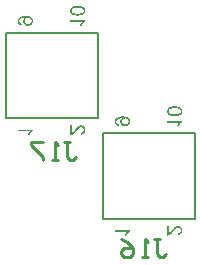
<source format=gbo>
G04*
G04 #@! TF.GenerationSoftware,Altium Limited,Altium Designer,18.1.11 (251)*
G04*
G04 Layer_Color=32896*
%FSLAX25Y25*%
%MOIN*%
G70*
G01*
G75*
%ADD10C,0.01000*%
%ADD25C,0.00787*%
G36*
X-22230Y-1967D02*
X-22352Y-2039D01*
X-22466Y-2118D01*
X-22581Y-2211D01*
X-22681Y-2297D01*
X-22767Y-2383D01*
X-22839Y-2448D01*
X-22861Y-2477D01*
X-22882Y-2498D01*
X-22889Y-2505D01*
X-22896Y-2512D01*
X-23018Y-2663D01*
X-23133Y-2814D01*
X-23234Y-2957D01*
X-23312Y-3100D01*
X-23384Y-3222D01*
X-23413Y-3272D01*
X-23434Y-3315D01*
X-23456Y-3351D01*
X-23463Y-3380D01*
X-23477Y-3394D01*
Y-3401D01*
X-24065D01*
X-24022Y-3294D01*
X-23972Y-3186D01*
X-23922Y-3079D01*
X-23872Y-2978D01*
X-23829Y-2892D01*
X-23793Y-2821D01*
X-23764Y-2778D01*
X-23757Y-2771D01*
Y-2763D01*
X-23678Y-2634D01*
X-23599Y-2520D01*
X-23527Y-2419D01*
X-23463Y-2340D01*
X-23413Y-2269D01*
X-23370Y-2226D01*
X-23341Y-2190D01*
X-23334Y-2183D01*
X-27213D01*
Y-1573D01*
X-22230D01*
Y-1967D01*
D02*
G37*
G36*
X-9223Y-2548D02*
X-9101Y-2462D01*
X-9051Y-2419D01*
X-9001Y-2383D01*
X-8958Y-2348D01*
X-8929Y-2319D01*
X-8907Y-2297D01*
X-8900Y-2290D01*
X-8864Y-2254D01*
X-8828Y-2211D01*
X-8735Y-2111D01*
X-8628Y-1996D01*
X-8520Y-1874D01*
X-8427Y-1760D01*
X-8384Y-1709D01*
X-8341Y-1666D01*
X-8312Y-1630D01*
X-8291Y-1602D01*
X-8276Y-1588D01*
X-8269Y-1580D01*
X-8169Y-1466D01*
X-8076Y-1351D01*
X-7982Y-1251D01*
X-7904Y-1157D01*
X-7825Y-1071D01*
X-7753Y-1000D01*
X-7688Y-928D01*
X-7631Y-871D01*
X-7574Y-813D01*
X-7531Y-770D01*
X-7495Y-734D01*
X-7459Y-698D01*
X-7416Y-662D01*
X-7402Y-648D01*
X-7280Y-548D01*
X-7172Y-462D01*
X-7065Y-390D01*
X-6979Y-333D01*
X-6900Y-290D01*
X-6842Y-261D01*
X-6807Y-247D01*
X-6792Y-240D01*
X-6685Y-197D01*
X-6577Y-168D01*
X-6477Y-139D01*
X-6391Y-125D01*
X-6312Y-118D01*
X-6255Y-111D01*
X-6219D01*
X-6204D01*
X-6097Y-118D01*
X-5996Y-132D01*
X-5896Y-146D01*
X-5810Y-175D01*
X-5638Y-247D01*
X-5502Y-318D01*
X-5437Y-361D01*
X-5387Y-397D01*
X-5337Y-433D01*
X-5301Y-469D01*
X-5272Y-498D01*
X-5243Y-512D01*
X-5236Y-526D01*
X-5229Y-533D01*
X-5158Y-612D01*
X-5093Y-698D01*
X-5043Y-792D01*
X-5000Y-885D01*
X-4928Y-1071D01*
X-4878Y-1258D01*
X-4863Y-1336D01*
X-4849Y-1415D01*
X-4842Y-1487D01*
X-4835Y-1544D01*
X-4828Y-1595D01*
Y-1666D01*
X-4835Y-1795D01*
X-4842Y-1917D01*
X-4863Y-2032D01*
X-4885Y-2140D01*
X-4914Y-2240D01*
X-4942Y-2333D01*
X-4978Y-2419D01*
X-5014Y-2498D01*
X-5050Y-2570D01*
X-5086Y-2627D01*
X-5114Y-2677D01*
X-5143Y-2720D01*
X-5165Y-2756D01*
X-5186Y-2778D01*
X-5193Y-2792D01*
X-5201Y-2799D01*
X-5272Y-2871D01*
X-5351Y-2935D01*
X-5437Y-3000D01*
X-5523Y-3050D01*
X-5695Y-3136D01*
X-5867Y-3194D01*
X-5946Y-3215D01*
X-6025Y-3237D01*
X-6090Y-3251D01*
X-6147Y-3265D01*
X-6197Y-3272D01*
X-6233D01*
X-6255Y-3280D01*
X-6262D01*
X-6326Y-2656D01*
X-6161Y-2641D01*
X-6018Y-2613D01*
X-5889Y-2570D01*
X-5788Y-2520D01*
X-5702Y-2477D01*
X-5645Y-2434D01*
X-5609Y-2405D01*
X-5595Y-2390D01*
X-5509Y-2283D01*
X-5444Y-2168D01*
X-5394Y-2046D01*
X-5365Y-1939D01*
X-5344Y-1838D01*
X-5337Y-1752D01*
X-5330Y-1724D01*
Y-1681D01*
X-5337Y-1530D01*
X-5365Y-1394D01*
X-5408Y-1279D01*
X-5451Y-1179D01*
X-5502Y-1100D01*
X-5537Y-1050D01*
X-5566Y-1014D01*
X-5581Y-1000D01*
X-5681Y-914D01*
X-5781Y-849D01*
X-5882Y-799D01*
X-5982Y-770D01*
X-6061Y-749D01*
X-6133Y-741D01*
X-6176Y-734D01*
X-6183D01*
X-6190D01*
X-6319Y-749D01*
X-6455Y-777D01*
X-6577Y-828D01*
X-6692Y-878D01*
X-6785Y-935D01*
X-6864Y-985D01*
X-6893Y-1000D01*
X-6914Y-1014D01*
X-6921Y-1028D01*
X-6928D01*
X-7007Y-1086D01*
X-7086Y-1157D01*
X-7172Y-1236D01*
X-7258Y-1322D01*
X-7430Y-1501D01*
X-7603Y-1681D01*
X-7681Y-1774D01*
X-7753Y-1853D01*
X-7818Y-1932D01*
X-7875Y-1996D01*
X-7918Y-2046D01*
X-7954Y-2089D01*
X-7975Y-2118D01*
X-7982Y-2125D01*
X-8133Y-2304D01*
X-8276Y-2469D01*
X-8405Y-2606D01*
X-8513Y-2713D01*
X-8606Y-2806D01*
X-8671Y-2871D01*
X-8714Y-2907D01*
X-8721Y-2921D01*
X-8728D01*
X-8850Y-3022D01*
X-8965Y-3100D01*
X-9080Y-3172D01*
X-9180Y-3229D01*
X-9266Y-3272D01*
X-9330Y-3301D01*
X-9373Y-3315D01*
X-9381Y-3323D01*
X-9388D01*
X-9467Y-3351D01*
X-9538Y-3366D01*
X-9610Y-3380D01*
X-9675Y-3387D01*
X-9732Y-3394D01*
X-9775D01*
X-9804D01*
X-9811D01*
Y-103D01*
X-9223D01*
Y-2548D01*
D02*
G37*
G36*
X-24309Y36319D02*
X-24166Y36304D01*
X-24029Y36290D01*
X-23907Y36276D01*
X-23793Y36261D01*
X-23685Y36240D01*
X-23592Y36218D01*
X-23513Y36197D01*
X-23441Y36182D01*
X-23377Y36161D01*
X-23327Y36147D01*
X-23291Y36132D01*
X-23262Y36118D01*
X-23248Y36111D01*
X-23241D01*
X-23068Y36025D01*
X-22918Y35932D01*
X-22789Y35824D01*
X-22681Y35731D01*
X-22603Y35638D01*
X-22545Y35566D01*
X-22524Y35537D01*
X-22509Y35516D01*
X-22495Y35508D01*
Y35501D01*
X-22409Y35351D01*
X-22344Y35200D01*
X-22294Y35050D01*
X-22265Y34913D01*
X-22244Y34791D01*
X-22237Y34741D01*
Y34705D01*
X-22230Y34670D01*
Y34619D01*
X-22237Y34497D01*
X-22251Y34383D01*
X-22273Y34268D01*
X-22301Y34168D01*
X-22380Y33974D01*
X-22416Y33888D01*
X-22459Y33816D01*
X-22509Y33745D01*
X-22545Y33687D01*
X-22588Y33630D01*
X-22624Y33587D01*
X-22653Y33551D01*
X-22674Y33530D01*
X-22689Y33515D01*
X-22696Y33508D01*
X-22782Y33429D01*
X-22882Y33365D01*
X-22975Y33300D01*
X-23076Y33250D01*
X-23183Y33207D01*
X-23284Y33171D01*
X-23470Y33121D01*
X-23563Y33099D01*
X-23642Y33085D01*
X-23721Y33078D01*
X-23786Y33071D01*
X-23836Y33064D01*
X-23872D01*
X-23900D01*
X-23907D01*
X-24044Y33071D01*
X-24166Y33085D01*
X-24287Y33099D01*
X-24402Y33128D01*
X-24502Y33164D01*
X-24603Y33200D01*
X-24689Y33236D01*
X-24768Y33279D01*
X-24839Y33314D01*
X-24904Y33350D01*
X-24954Y33386D01*
X-25004Y33422D01*
X-25040Y33451D01*
X-25062Y33465D01*
X-25076Y33479D01*
X-25083Y33487D01*
X-25162Y33565D01*
X-25227Y33651D01*
X-25291Y33737D01*
X-25341Y33831D01*
X-25385Y33917D01*
X-25420Y34003D01*
X-25471Y34168D01*
X-25492Y34239D01*
X-25506Y34311D01*
X-25513Y34369D01*
X-25521Y34426D01*
X-25528Y34469D01*
Y34526D01*
X-25521Y34662D01*
X-25499Y34791D01*
X-25471Y34906D01*
X-25435Y35014D01*
X-25406Y35093D01*
X-25377Y35157D01*
X-25356Y35200D01*
X-25349Y35214D01*
X-25277Y35329D01*
X-25198Y35430D01*
X-25119Y35516D01*
X-25047Y35587D01*
X-24976Y35638D01*
X-24926Y35681D01*
X-24890Y35709D01*
X-24875Y35716D01*
X-24933D01*
X-24969D01*
X-24990D01*
X-24997D01*
X-25141Y35709D01*
X-25277Y35702D01*
X-25399Y35688D01*
X-25513Y35673D01*
X-25607Y35652D01*
X-25678Y35638D01*
X-25707Y35630D01*
X-25729D01*
X-25736Y35623D01*
X-25743D01*
X-25872Y35587D01*
X-25987Y35552D01*
X-26087Y35516D01*
X-26173Y35480D01*
X-26238Y35451D01*
X-26288Y35422D01*
X-26324Y35408D01*
X-26331Y35401D01*
X-26410Y35344D01*
X-26474Y35286D01*
X-26532Y35229D01*
X-26582Y35171D01*
X-26625Y35129D01*
X-26654Y35085D01*
X-26668Y35057D01*
X-26675Y35050D01*
X-26718Y34971D01*
X-26747Y34885D01*
X-26768Y34806D01*
X-26783Y34727D01*
X-26790Y34662D01*
X-26797Y34612D01*
Y34562D01*
X-26790Y34447D01*
X-26768Y34340D01*
X-26740Y34247D01*
X-26704Y34168D01*
X-26675Y34110D01*
X-26646Y34060D01*
X-26625Y34032D01*
X-26618Y34024D01*
X-26539Y33953D01*
X-26446Y33895D01*
X-26345Y33845D01*
X-26245Y33809D01*
X-26159Y33781D01*
X-26080Y33759D01*
X-26051Y33752D01*
X-26037D01*
X-26023Y33745D01*
X-26015D01*
X-26066Y33157D01*
X-26274Y33200D01*
X-26453Y33257D01*
X-26610Y33329D01*
X-26740Y33400D01*
X-26840Y33472D01*
X-26883Y33508D01*
X-26919Y33537D01*
X-26940Y33558D01*
X-26962Y33580D01*
X-26969Y33587D01*
X-26976Y33594D01*
X-27034Y33666D01*
X-27084Y33745D01*
X-27163Y33902D01*
X-27220Y34060D01*
X-27256Y34211D01*
X-27285Y34347D01*
X-27292Y34404D01*
Y34455D01*
X-27299Y34490D01*
Y34548D01*
X-27285Y34749D01*
X-27256Y34928D01*
X-27206Y35093D01*
X-27148Y35229D01*
X-27127Y35286D01*
X-27098Y35344D01*
X-27069Y35387D01*
X-27048Y35430D01*
X-27034Y35458D01*
X-27019Y35480D01*
X-27005Y35494D01*
Y35501D01*
X-26883Y35645D01*
X-26747Y35774D01*
X-26603Y35874D01*
X-26467Y35960D01*
X-26345Y36032D01*
X-26288Y36061D01*
X-26245Y36082D01*
X-26202Y36096D01*
X-26173Y36111D01*
X-26159Y36118D01*
X-26152D01*
X-26044Y36154D01*
X-25922Y36190D01*
X-25678Y36240D01*
X-25420Y36276D01*
X-25177Y36297D01*
X-25069Y36312D01*
X-24961Y36319D01*
X-24868D01*
X-24789Y36326D01*
X-24725D01*
X-24675D01*
X-24639D01*
X-24632D01*
X-24467D01*
X-24309Y36319D01*
D02*
G37*
G36*
X-7101Y39689D02*
X-6986D01*
X-6871Y39681D01*
X-6771Y39667D01*
X-6670Y39660D01*
X-6584Y39653D01*
X-6505Y39638D01*
X-6434Y39631D01*
X-6369Y39617D01*
X-6319Y39610D01*
X-6276Y39603D01*
X-6240Y39595D01*
X-6219Y39588D01*
X-6204Y39581D01*
X-6197D01*
X-6039Y39538D01*
X-5896Y39488D01*
X-5774Y39430D01*
X-5667Y39388D01*
X-5573Y39337D01*
X-5509Y39309D01*
X-5473Y39280D01*
X-5459Y39273D01*
X-5351Y39194D01*
X-5258Y39115D01*
X-5179Y39029D01*
X-5107Y38950D01*
X-5057Y38878D01*
X-5021Y38821D01*
X-5000Y38785D01*
X-4993Y38778D01*
Y38771D01*
X-4935Y38656D01*
X-4899Y38534D01*
X-4871Y38419D01*
X-4849Y38312D01*
X-4835Y38219D01*
X-4828Y38140D01*
Y38075D01*
X-4842Y37882D01*
X-4871Y37703D01*
X-4921Y37552D01*
X-4971Y37423D01*
X-5028Y37315D01*
X-5050Y37272D01*
X-5079Y37236D01*
X-5093Y37208D01*
X-5107Y37186D01*
X-5122Y37179D01*
Y37172D01*
X-5236Y37043D01*
X-5373Y36935D01*
X-5509Y36842D01*
X-5638Y36770D01*
X-5760Y36713D01*
X-5810Y36684D01*
X-5860Y36670D01*
X-5896Y36656D01*
X-5925Y36641D01*
X-5939Y36634D01*
X-5946D01*
X-6054Y36606D01*
X-6161Y36577D01*
X-6398Y36534D01*
X-6634Y36498D01*
X-6857Y36476D01*
X-6964Y36469D01*
X-7057Y36462D01*
X-7144D01*
X-7222Y36455D01*
X-7280D01*
X-7330D01*
X-7359D01*
X-7366D01*
X-7617Y36462D01*
X-7853Y36476D01*
X-8068Y36498D01*
X-8269Y36534D01*
X-8456Y36570D01*
X-8621Y36613D01*
X-8771Y36656D01*
X-8900Y36699D01*
X-9015Y36742D01*
X-9115Y36792D01*
X-9201Y36828D01*
X-9266Y36864D01*
X-9323Y36900D01*
X-9359Y36921D01*
X-9381Y36935D01*
X-9388Y36942D01*
X-9474Y37021D01*
X-9553Y37107D01*
X-9624Y37201D01*
X-9682Y37294D01*
X-9732Y37387D01*
X-9775Y37480D01*
X-9804Y37573D01*
X-9832Y37659D01*
X-9854Y37745D01*
X-9868Y37824D01*
X-9883Y37896D01*
X-9890Y37953D01*
X-9897Y38004D01*
Y38075D01*
X-9883Y38269D01*
X-9854Y38448D01*
X-9804Y38599D01*
X-9753Y38728D01*
X-9703Y38835D01*
X-9675Y38871D01*
X-9653Y38907D01*
X-9639Y38936D01*
X-9624Y38957D01*
X-9610Y38964D01*
Y38972D01*
X-9488Y39101D01*
X-9359Y39208D01*
X-9216Y39301D01*
X-9087Y39373D01*
X-8965Y39430D01*
X-8915Y39459D01*
X-8864Y39474D01*
X-8828Y39488D01*
X-8800Y39502D01*
X-8785Y39509D01*
X-8778D01*
X-8671Y39545D01*
X-8563Y39574D01*
X-8334Y39617D01*
X-8097Y39653D01*
X-7868Y39674D01*
X-7767Y39681D01*
X-7674Y39689D01*
X-7588D01*
X-7509Y39696D01*
X-7452D01*
X-7402D01*
X-7373D01*
X-7366D01*
X-7230D01*
X-7101Y39689D01*
D02*
G37*
G36*
X-4828Y34497D02*
X-4950Y34426D01*
X-5064Y34347D01*
X-5179Y34254D01*
X-5279Y34168D01*
X-5365Y34082D01*
X-5437Y34017D01*
X-5459Y33988D01*
X-5480Y33967D01*
X-5487Y33960D01*
X-5494Y33953D01*
X-5616Y33802D01*
X-5731Y33651D01*
X-5832Y33508D01*
X-5910Y33365D01*
X-5982Y33243D01*
X-6011Y33193D01*
X-6032Y33149D01*
X-6054Y33114D01*
X-6061Y33085D01*
X-6075Y33071D01*
Y33064D01*
X-6663D01*
X-6620Y33171D01*
X-6570Y33279D01*
X-6520Y33386D01*
X-6470Y33487D01*
X-6427Y33573D01*
X-6391Y33644D01*
X-6362Y33687D01*
X-6355Y33694D01*
Y33702D01*
X-6276Y33831D01*
X-6197Y33945D01*
X-6125Y34046D01*
X-6061Y34125D01*
X-6011Y34196D01*
X-5968Y34239D01*
X-5939Y34275D01*
X-5932Y34282D01*
X-9811D01*
Y34892D01*
X-4828D01*
Y34497D01*
D02*
G37*
G36*
X10094Y-35467D02*
X9973Y-35539D01*
X9858Y-35618D01*
X9743Y-35711D01*
X9643Y-35797D01*
X9557Y-35883D01*
X9485Y-35948D01*
X9463Y-35977D01*
X9442Y-35998D01*
X9435Y-36005D01*
X9427Y-36012D01*
X9306Y-36163D01*
X9191Y-36314D01*
X9091Y-36457D01*
X9012Y-36600D01*
X8940Y-36722D01*
X8911Y-36772D01*
X8890Y-36815D01*
X8868Y-36851D01*
X8861Y-36880D01*
X8847Y-36894D01*
Y-36902D01*
X8259D01*
X8302Y-36794D01*
X8352Y-36686D01*
X8402Y-36579D01*
X8452Y-36478D01*
X8495Y-36392D01*
X8531Y-36321D01*
X8560Y-36278D01*
X8567Y-36270D01*
Y-36263D01*
X8646Y-36134D01*
X8725Y-36020D01*
X8797Y-35919D01*
X8861Y-35840D01*
X8911Y-35769D01*
X8954Y-35726D01*
X8983Y-35690D01*
X8990Y-35683D01*
X5111D01*
Y-35073D01*
X10094D01*
Y-35467D01*
D02*
G37*
G36*
X23101Y-36048D02*
X23223Y-35962D01*
X23273Y-35919D01*
X23323Y-35883D01*
X23366Y-35847D01*
X23395Y-35819D01*
X23417Y-35797D01*
X23424Y-35790D01*
X23460Y-35754D01*
X23495Y-35711D01*
X23589Y-35611D01*
X23696Y-35496D01*
X23804Y-35374D01*
X23897Y-35260D01*
X23940Y-35209D01*
X23983Y-35166D01*
X24012Y-35131D01*
X24033Y-35102D01*
X24048Y-35087D01*
X24055Y-35080D01*
X24155Y-34966D01*
X24248Y-34851D01*
X24341Y-34751D01*
X24420Y-34657D01*
X24499Y-34571D01*
X24571Y-34499D01*
X24635Y-34428D01*
X24693Y-34370D01*
X24750Y-34313D01*
X24793Y-34270D01*
X24829Y-34234D01*
X24865Y-34198D01*
X24908Y-34163D01*
X24922Y-34148D01*
X25044Y-34048D01*
X25152Y-33962D01*
X25259Y-33890D01*
X25345Y-33833D01*
X25424Y-33790D01*
X25482Y-33761D01*
X25517Y-33747D01*
X25532Y-33740D01*
X25639Y-33696D01*
X25747Y-33668D01*
X25847Y-33639D01*
X25933Y-33625D01*
X26012Y-33618D01*
X26070Y-33610D01*
X26105D01*
X26120D01*
X26227Y-33618D01*
X26328Y-33632D01*
X26428Y-33646D01*
X26514Y-33675D01*
X26686Y-33747D01*
X26822Y-33818D01*
X26887Y-33861D01*
X26937Y-33897D01*
X26987Y-33933D01*
X27023Y-33969D01*
X27052Y-33998D01*
X27081Y-34012D01*
X27088Y-34026D01*
X27095Y-34034D01*
X27167Y-34112D01*
X27231Y-34198D01*
X27281Y-34292D01*
X27324Y-34385D01*
X27396Y-34571D01*
X27446Y-34758D01*
X27461Y-34837D01*
X27475Y-34915D01*
X27482Y-34987D01*
X27489Y-35045D01*
X27496Y-35095D01*
Y-35166D01*
X27489Y-35295D01*
X27482Y-35417D01*
X27461Y-35532D01*
X27439Y-35640D01*
X27410Y-35740D01*
X27382Y-35833D01*
X27346Y-35919D01*
X27310Y-35998D01*
X27274Y-36070D01*
X27238Y-36127D01*
X27209Y-36177D01*
X27181Y-36220D01*
X27159Y-36256D01*
X27138Y-36278D01*
X27131Y-36292D01*
X27123Y-36299D01*
X27052Y-36371D01*
X26973Y-36435D01*
X26887Y-36500D01*
X26801Y-36550D01*
X26629Y-36636D01*
X26457Y-36694D01*
X26378Y-36715D01*
X26299Y-36737D01*
X26234Y-36751D01*
X26177Y-36765D01*
X26127Y-36772D01*
X26091D01*
X26070Y-36780D01*
X26062D01*
X25998Y-36156D01*
X26163Y-36141D01*
X26306Y-36113D01*
X26435Y-36070D01*
X26536Y-36020D01*
X26622Y-35977D01*
X26679Y-35934D01*
X26715Y-35905D01*
X26729Y-35890D01*
X26815Y-35783D01*
X26880Y-35668D01*
X26930Y-35546D01*
X26959Y-35439D01*
X26980Y-35338D01*
X26987Y-35252D01*
X26994Y-35224D01*
Y-35181D01*
X26987Y-35030D01*
X26959Y-34894D01*
X26916Y-34779D01*
X26873Y-34679D01*
X26822Y-34600D01*
X26787Y-34550D01*
X26758Y-34514D01*
X26744Y-34499D01*
X26643Y-34413D01*
X26543Y-34349D01*
X26442Y-34299D01*
X26342Y-34270D01*
X26263Y-34249D01*
X26191Y-34241D01*
X26148Y-34234D01*
X26141D01*
X26134D01*
X26005Y-34249D01*
X25869Y-34277D01*
X25747Y-34328D01*
X25632Y-34378D01*
X25539Y-34435D01*
X25460Y-34485D01*
X25431Y-34499D01*
X25410Y-34514D01*
X25403Y-34528D01*
X25396D01*
X25317Y-34586D01*
X25238Y-34657D01*
X25152Y-34736D01*
X25066Y-34822D01*
X24894Y-35001D01*
X24722Y-35181D01*
X24643Y-35274D01*
X24571Y-35353D01*
X24507Y-35432D01*
X24449Y-35496D01*
X24406Y-35546D01*
X24370Y-35589D01*
X24349Y-35618D01*
X24341Y-35625D01*
X24191Y-35805D01*
X24048Y-35969D01*
X23919Y-36106D01*
X23811Y-36213D01*
X23718Y-36306D01*
X23653Y-36371D01*
X23610Y-36407D01*
X23603Y-36421D01*
X23596D01*
X23474Y-36522D01*
X23359Y-36600D01*
X23245Y-36672D01*
X23144Y-36729D01*
X23058Y-36772D01*
X22994Y-36801D01*
X22951Y-36815D01*
X22943Y-36823D01*
X22936D01*
X22857Y-36851D01*
X22786Y-36866D01*
X22714Y-36880D01*
X22649Y-36887D01*
X22592Y-36894D01*
X22549D01*
X22520D01*
X22513D01*
Y-33603D01*
X23101D01*
Y-36048D01*
D02*
G37*
G36*
X8015Y2819D02*
X8158Y2804D01*
X8295Y2790D01*
X8417Y2776D01*
X8531Y2761D01*
X8639Y2740D01*
X8732Y2718D01*
X8811Y2697D01*
X8883Y2682D01*
X8947Y2661D01*
X8997Y2647D01*
X9033Y2632D01*
X9062Y2618D01*
X9076Y2611D01*
X9083D01*
X9256Y2525D01*
X9406Y2431D01*
X9535Y2324D01*
X9643Y2231D01*
X9721Y2138D01*
X9779Y2066D01*
X9800Y2037D01*
X9815Y2016D01*
X9829Y2008D01*
Y2001D01*
X9915Y1851D01*
X9980Y1700D01*
X10030Y1550D01*
X10058Y1413D01*
X10080Y1292D01*
X10087Y1241D01*
Y1205D01*
X10094Y1170D01*
Y1119D01*
X10087Y998D01*
X10073Y883D01*
X10051Y768D01*
X10023Y668D01*
X9944Y474D01*
X9908Y388D01*
X9865Y316D01*
X9815Y245D01*
X9779Y187D01*
X9736Y130D01*
X9700Y87D01*
X9671Y51D01*
X9650Y30D01*
X9635Y15D01*
X9628Y8D01*
X9542Y-71D01*
X9442Y-135D01*
X9349Y-200D01*
X9248Y-250D01*
X9141Y-293D01*
X9040Y-329D01*
X8854Y-379D01*
X8761Y-401D01*
X8682Y-415D01*
X8603Y-422D01*
X8539Y-429D01*
X8488Y-436D01*
X8452D01*
X8424D01*
X8417D01*
X8280Y-429D01*
X8158Y-415D01*
X8037Y-401D01*
X7922Y-372D01*
X7822Y-336D01*
X7721Y-300D01*
X7635Y-264D01*
X7556Y-221D01*
X7485Y-186D01*
X7420Y-150D01*
X7370Y-114D01*
X7320Y-78D01*
X7284Y-49D01*
X7262Y-35D01*
X7248Y-21D01*
X7241Y-13D01*
X7162Y65D01*
X7097Y151D01*
X7033Y237D01*
X6983Y331D01*
X6939Y417D01*
X6904Y503D01*
X6854Y668D01*
X6832Y739D01*
X6818Y811D01*
X6810Y868D01*
X6803Y926D01*
X6796Y969D01*
Y1026D01*
X6803Y1162D01*
X6825Y1292D01*
X6854Y1406D01*
X6889Y1514D01*
X6918Y1593D01*
X6947Y1657D01*
X6968Y1700D01*
X6975Y1715D01*
X7047Y1829D01*
X7126Y1930D01*
X7205Y2016D01*
X7277Y2087D01*
X7348Y2138D01*
X7398Y2181D01*
X7434Y2209D01*
X7449Y2216D01*
X7391D01*
X7355D01*
X7334D01*
X7327D01*
X7183Y2209D01*
X7047Y2202D01*
X6925Y2188D01*
X6810Y2173D01*
X6717Y2152D01*
X6646Y2138D01*
X6617Y2130D01*
X6595D01*
X6588Y2123D01*
X6581D01*
X6452Y2087D01*
X6337Y2052D01*
X6237Y2016D01*
X6151Y1980D01*
X6086Y1951D01*
X6036Y1922D01*
X6000Y1908D01*
X5993Y1901D01*
X5914Y1844D01*
X5850Y1786D01*
X5792Y1729D01*
X5742Y1671D01*
X5699Y1629D01*
X5671Y1585D01*
X5656Y1557D01*
X5649Y1550D01*
X5606Y1471D01*
X5577Y1385D01*
X5556Y1306D01*
X5541Y1227D01*
X5534Y1162D01*
X5527Y1112D01*
Y1062D01*
X5534Y947D01*
X5556Y840D01*
X5584Y747D01*
X5620Y668D01*
X5649Y610D01*
X5678Y560D01*
X5699Y532D01*
X5706Y524D01*
X5785Y453D01*
X5878Y395D01*
X5979Y345D01*
X6079Y309D01*
X6165Y280D01*
X6244Y259D01*
X6273Y252D01*
X6287D01*
X6301Y245D01*
X6309D01*
X6258Y-343D01*
X6050Y-300D01*
X5871Y-243D01*
X5714Y-171D01*
X5584Y-100D01*
X5484Y-28D01*
X5441Y8D01*
X5405Y37D01*
X5384Y58D01*
X5362Y80D01*
X5355Y87D01*
X5348Y94D01*
X5290Y166D01*
X5240Y245D01*
X5161Y402D01*
X5104Y560D01*
X5068Y711D01*
X5040Y847D01*
X5032Y904D01*
Y955D01*
X5025Y990D01*
Y1048D01*
X5040Y1249D01*
X5068Y1428D01*
X5118Y1593D01*
X5176Y1729D01*
X5197Y1786D01*
X5226Y1844D01*
X5255Y1887D01*
X5276Y1930D01*
X5290Y1958D01*
X5305Y1980D01*
X5319Y1994D01*
Y2001D01*
X5441Y2145D01*
X5577Y2274D01*
X5721Y2374D01*
X5857Y2460D01*
X5979Y2532D01*
X6036Y2561D01*
X6079Y2582D01*
X6122Y2596D01*
X6151Y2611D01*
X6165Y2618D01*
X6172D01*
X6280Y2654D01*
X6402Y2690D01*
X6646Y2740D01*
X6904Y2776D01*
X7147Y2797D01*
X7255Y2812D01*
X7363Y2819D01*
X7456D01*
X7535Y2826D01*
X7599D01*
X7649D01*
X7685D01*
X7692D01*
X7857D01*
X8015Y2819D01*
D02*
G37*
G36*
X25223Y6189D02*
X25338D01*
X25453Y6181D01*
X25553Y6167D01*
X25654Y6160D01*
X25740Y6153D01*
X25819Y6138D01*
X25890Y6131D01*
X25955Y6117D01*
X26005Y6110D01*
X26048Y6103D01*
X26084Y6095D01*
X26105Y6088D01*
X26120Y6081D01*
X26127D01*
X26285Y6038D01*
X26428Y5988D01*
X26550Y5931D01*
X26658Y5887D01*
X26751Y5837D01*
X26815Y5809D01*
X26851Y5780D01*
X26865Y5773D01*
X26973Y5694D01*
X27066Y5615D01*
X27145Y5529D01*
X27217Y5450D01*
X27267Y5378D01*
X27303Y5321D01*
X27324Y5285D01*
X27331Y5278D01*
Y5271D01*
X27389Y5156D01*
X27425Y5034D01*
X27453Y4919D01*
X27475Y4812D01*
X27489Y4719D01*
X27496Y4640D01*
Y4575D01*
X27482Y4382D01*
X27453Y4202D01*
X27403Y4052D01*
X27353Y3923D01*
X27296Y3815D01*
X27274Y3772D01*
X27245Y3736D01*
X27231Y3708D01*
X27217Y3686D01*
X27202Y3679D01*
Y3672D01*
X27088Y3543D01*
X26951Y3435D01*
X26815Y3342D01*
X26686Y3270D01*
X26564Y3213D01*
X26514Y3184D01*
X26464Y3170D01*
X26428Y3156D01*
X26399Y3141D01*
X26385Y3134D01*
X26378D01*
X26270Y3105D01*
X26163Y3077D01*
X25926Y3034D01*
X25690Y2998D01*
X25467Y2976D01*
X25360Y2969D01*
X25267Y2962D01*
X25180D01*
X25102Y2955D01*
X25044D01*
X24994D01*
X24965D01*
X24958D01*
X24707Y2962D01*
X24471Y2976D01*
X24256Y2998D01*
X24055Y3034D01*
X23868Y3070D01*
X23703Y3113D01*
X23553Y3156D01*
X23424Y3199D01*
X23309Y3242D01*
X23209Y3292D01*
X23123Y3328D01*
X23058Y3364D01*
X23001Y3399D01*
X22965Y3421D01*
X22943Y3435D01*
X22936Y3443D01*
X22850Y3521D01*
X22771Y3607D01*
X22700Y3701D01*
X22642Y3794D01*
X22592Y3887D01*
X22549Y3980D01*
X22520Y4073D01*
X22492Y4160D01*
X22470Y4245D01*
X22456Y4324D01*
X22442Y4396D01*
X22434Y4453D01*
X22427Y4504D01*
Y4575D01*
X22442Y4769D01*
X22470Y4948D01*
X22520Y5099D01*
X22571Y5228D01*
X22621Y5335D01*
X22649Y5371D01*
X22671Y5407D01*
X22685Y5436D01*
X22700Y5457D01*
X22714Y5464D01*
Y5472D01*
X22836Y5601D01*
X22965Y5708D01*
X23108Y5801D01*
X23237Y5873D01*
X23359Y5931D01*
X23409Y5959D01*
X23460Y5974D01*
X23495Y5988D01*
X23524Y6002D01*
X23539Y6009D01*
X23546D01*
X23653Y6045D01*
X23761Y6074D01*
X23990Y6117D01*
X24227Y6153D01*
X24456Y6174D01*
X24557Y6181D01*
X24650Y6189D01*
X24736D01*
X24815Y6196D01*
X24872D01*
X24922D01*
X24951D01*
X24958D01*
X25094D01*
X25223Y6189D01*
D02*
G37*
G36*
X27496Y998D02*
X27375Y926D01*
X27260Y847D01*
X27145Y754D01*
X27045Y668D01*
X26959Y582D01*
X26887Y517D01*
X26865Y488D01*
X26844Y467D01*
X26837Y460D01*
X26829Y453D01*
X26708Y302D01*
X26593Y151D01*
X26493Y8D01*
X26414Y-135D01*
X26342Y-257D01*
X26313Y-307D01*
X26292Y-350D01*
X26270Y-386D01*
X26263Y-415D01*
X26249Y-429D01*
Y-436D01*
X25661D01*
X25704Y-329D01*
X25754Y-221D01*
X25804Y-114D01*
X25854Y-13D01*
X25897Y73D01*
X25933Y144D01*
X25962Y187D01*
X25969Y195D01*
Y202D01*
X26048Y331D01*
X26127Y445D01*
X26199Y546D01*
X26263Y625D01*
X26313Y696D01*
X26356Y739D01*
X26385Y775D01*
X26392Y782D01*
X22513D01*
Y1392D01*
X27496D01*
Y998D01*
D02*
G37*
%LPC*%
G36*
X-23829Y35652D02*
X-23857D01*
X-23872D01*
X-23879D01*
X-24065Y35638D01*
X-24230Y35609D01*
X-24366Y35566D01*
X-24481Y35516D01*
X-24574Y35458D01*
X-24639Y35415D01*
X-24682Y35387D01*
X-24696Y35372D01*
X-24796Y35265D01*
X-24868Y35150D01*
X-24918Y35035D01*
X-24954Y34920D01*
X-24976Y34827D01*
X-24983Y34749D01*
X-24990Y34720D01*
Y34677D01*
X-24976Y34526D01*
X-24947Y34390D01*
X-24897Y34268D01*
X-24839Y34161D01*
X-24789Y34082D01*
X-24739Y34017D01*
X-24711Y33981D01*
X-24696Y33967D01*
X-24581Y33874D01*
X-24452Y33802D01*
X-24323Y33759D01*
X-24201Y33723D01*
X-24094Y33702D01*
X-24051Y33694D01*
X-24008D01*
X-23972Y33687D01*
X-23950D01*
X-23936D01*
X-23929D01*
X-23742Y33702D01*
X-23570Y33730D01*
X-23420Y33781D01*
X-23298Y33838D01*
X-23198Y33888D01*
X-23126Y33938D01*
X-23104Y33953D01*
X-23083Y33967D01*
X-23076Y33981D01*
X-23068D01*
X-23011Y34039D01*
X-22954Y34096D01*
X-22875Y34218D01*
X-22810Y34340D01*
X-22775Y34455D01*
X-22746Y34548D01*
X-22739Y34627D01*
X-22732Y34655D01*
Y34770D01*
X-22746Y34842D01*
X-22782Y34971D01*
X-22832Y35085D01*
X-22882Y35186D01*
X-22940Y35265D01*
X-22990Y35322D01*
X-23025Y35358D01*
X-23033Y35372D01*
X-23040D01*
X-23162Y35465D01*
X-23298Y35537D01*
X-23441Y35587D01*
X-23578Y35616D01*
X-23692Y35638D01*
X-23742Y35645D01*
X-23793D01*
X-23829Y35652D01*
D02*
G37*
G36*
X-7251Y39072D02*
X-7316D01*
X-7351D01*
X-7359D01*
X-7366D01*
X-7588D01*
X-7789Y39058D01*
X-7968Y39043D01*
X-8140Y39029D01*
X-8284Y39007D01*
X-8420Y38979D01*
X-8535Y38950D01*
X-8642Y38929D01*
X-8728Y38900D01*
X-8800Y38871D01*
X-8864Y38850D01*
X-8915Y38821D01*
X-8950Y38807D01*
X-8972Y38792D01*
X-8986Y38778D01*
X-8993D01*
X-9065Y38721D01*
X-9122Y38663D01*
X-9180Y38606D01*
X-9223Y38549D01*
X-9295Y38427D01*
X-9345Y38319D01*
X-9373Y38219D01*
X-9388Y38147D01*
X-9395Y38118D01*
Y38075D01*
X-9388Y37997D01*
X-9381Y37925D01*
X-9330Y37789D01*
X-9266Y37667D01*
X-9194Y37559D01*
X-9122Y37480D01*
X-9058Y37416D01*
X-9008Y37380D01*
X-9001Y37365D01*
X-8993D01*
X-8907Y37315D01*
X-8807Y37272D01*
X-8692Y37229D01*
X-8570Y37201D01*
X-8441Y37172D01*
X-8305Y37150D01*
X-8026Y37115D01*
X-7896Y37100D01*
X-7774Y37093D01*
X-7660Y37086D01*
X-7567D01*
X-7481Y37079D01*
X-7416D01*
X-7380D01*
X-7366D01*
X-7144Y37086D01*
X-6943Y37093D01*
X-6756Y37107D01*
X-6584Y37129D01*
X-6434Y37150D01*
X-6297Y37179D01*
X-6176Y37208D01*
X-6068Y37236D01*
X-5975Y37265D01*
X-5896Y37287D01*
X-5832Y37315D01*
X-5774Y37337D01*
X-5738Y37358D01*
X-5710Y37373D01*
X-5695Y37387D01*
X-5688D01*
X-5624Y37437D01*
X-5566Y37487D01*
X-5523Y37545D01*
X-5480Y37602D01*
X-5416Y37717D01*
X-5373Y37824D01*
X-5351Y37918D01*
X-5337Y37997D01*
X-5330Y38025D01*
Y38068D01*
X-5337Y38147D01*
X-5344Y38226D01*
X-5365Y38298D01*
X-5394Y38362D01*
X-5459Y38484D01*
X-5530Y38592D01*
X-5609Y38670D01*
X-5674Y38735D01*
X-5702Y38756D01*
X-5724Y38771D01*
X-5731Y38785D01*
X-5738D01*
X-5824Y38835D01*
X-5925Y38878D01*
X-6039Y38921D01*
X-6161Y38950D01*
X-6290Y38979D01*
X-6427Y39000D01*
X-6699Y39036D01*
X-6835Y39050D01*
X-6957Y39058D01*
X-7072Y39065D01*
X-7165D01*
X-7251Y39072D01*
D02*
G37*
G36*
X8495Y2152D02*
X8467D01*
X8452D01*
X8445D01*
X8259Y2138D01*
X8094Y2109D01*
X7958Y2066D01*
X7843Y2016D01*
X7750Y1958D01*
X7685Y1915D01*
X7642Y1887D01*
X7628Y1872D01*
X7527Y1765D01*
X7456Y1650D01*
X7406Y1535D01*
X7370Y1421D01*
X7348Y1327D01*
X7341Y1249D01*
X7334Y1220D01*
Y1177D01*
X7348Y1026D01*
X7377Y890D01*
X7427Y768D01*
X7485Y660D01*
X7535Y582D01*
X7585Y517D01*
X7614Y481D01*
X7628Y467D01*
X7743Y374D01*
X7872Y302D01*
X8001Y259D01*
X8123Y223D01*
X8230Y202D01*
X8273Y195D01*
X8316D01*
X8352Y187D01*
X8373D01*
X8388D01*
X8395D01*
X8581Y202D01*
X8754Y230D01*
X8904Y280D01*
X9026Y338D01*
X9126Y388D01*
X9198Y438D01*
X9220Y453D01*
X9241Y467D01*
X9248Y481D01*
X9256D01*
X9313Y539D01*
X9370Y596D01*
X9449Y718D01*
X9514Y840D01*
X9549Y955D01*
X9578Y1048D01*
X9585Y1127D01*
X9592Y1155D01*
Y1270D01*
X9578Y1342D01*
X9542Y1471D01*
X9492Y1585D01*
X9442Y1686D01*
X9385Y1765D01*
X9334Y1822D01*
X9298Y1858D01*
X9291Y1872D01*
X9284D01*
X9162Y1966D01*
X9026Y2037D01*
X8883Y2087D01*
X8746Y2116D01*
X8632Y2138D01*
X8581Y2145D01*
X8531D01*
X8495Y2152D01*
D02*
G37*
G36*
X25073Y5572D02*
X25008D01*
X24972D01*
X24965D01*
X24958D01*
X24736D01*
X24535Y5558D01*
X24356Y5543D01*
X24184Y5529D01*
X24040Y5507D01*
X23904Y5479D01*
X23789Y5450D01*
X23682Y5429D01*
X23596Y5400D01*
X23524Y5371D01*
X23460Y5350D01*
X23409Y5321D01*
X23374Y5307D01*
X23352Y5292D01*
X23338Y5278D01*
X23331D01*
X23259Y5221D01*
X23201Y5163D01*
X23144Y5106D01*
X23101Y5049D01*
X23029Y4927D01*
X22979Y4819D01*
X22951Y4719D01*
X22936Y4647D01*
X22929Y4618D01*
Y4575D01*
X22936Y4496D01*
X22943Y4425D01*
X22994Y4289D01*
X23058Y4167D01*
X23130Y4059D01*
X23201Y3980D01*
X23266Y3916D01*
X23316Y3880D01*
X23323Y3866D01*
X23331D01*
X23417Y3815D01*
X23517Y3772D01*
X23632Y3729D01*
X23754Y3701D01*
X23883Y3672D01*
X24019Y3650D01*
X24298Y3615D01*
X24428Y3600D01*
X24550Y3593D01*
X24664Y3586D01*
X24757D01*
X24843Y3579D01*
X24908D01*
X24944D01*
X24958D01*
X25180Y3586D01*
X25381Y3593D01*
X25568Y3607D01*
X25740Y3629D01*
X25890Y3650D01*
X26026Y3679D01*
X26148Y3708D01*
X26256Y3736D01*
X26349Y3765D01*
X26428Y3787D01*
X26493Y3815D01*
X26550Y3837D01*
X26586Y3858D01*
X26614Y3873D01*
X26629Y3887D01*
X26636D01*
X26700Y3937D01*
X26758Y3987D01*
X26801Y4045D01*
X26844Y4102D01*
X26908Y4217D01*
X26951Y4324D01*
X26973Y4418D01*
X26987Y4496D01*
X26994Y4525D01*
Y4568D01*
X26987Y4647D01*
X26980Y4726D01*
X26959Y4798D01*
X26930Y4862D01*
X26865Y4984D01*
X26794Y5092D01*
X26715Y5170D01*
X26650Y5235D01*
X26622Y5257D01*
X26600Y5271D01*
X26593Y5285D01*
X26586D01*
X26500Y5335D01*
X26399Y5378D01*
X26285Y5421D01*
X26163Y5450D01*
X26034Y5479D01*
X25897Y5500D01*
X25625Y5536D01*
X25489Y5551D01*
X25367Y5558D01*
X25252Y5565D01*
X25159D01*
X25073Y5572D01*
D02*
G37*
%LPD*%
D10*
X-12010Y-5596D02*
X-10011D01*
X-11011D01*
Y-10595D01*
X-10011Y-11594D01*
X-9012D01*
X-8012Y-10595D01*
X-14010Y-11594D02*
X-16009D01*
X-15010D01*
Y-5596D01*
X-14010Y-6596D01*
X-19008Y-5596D02*
X-23007D01*
Y-6596D01*
X-19008Y-10595D01*
Y-11594D01*
X18137Y-38096D02*
X20137D01*
X19137D01*
Y-43095D01*
X20137Y-44094D01*
X21136D01*
X22136Y-43095D01*
X16138Y-44094D02*
X14139D01*
X15138D01*
Y-38096D01*
X16138Y-39096D01*
X7141Y-38096D02*
X9140Y-39096D01*
X11140Y-41096D01*
Y-43095D01*
X10140Y-44094D01*
X8141D01*
X7141Y-43095D01*
Y-42095D01*
X8141Y-41096D01*
X11140D01*
D25*
X-31280Y2134D02*
X-744D01*
X-31280D02*
Y30678D01*
X-744D01*
Y2134D02*
Y30678D01*
X1044Y-31367D02*
X31580D01*
X1044D02*
Y-2822D01*
X31580D01*
Y-31367D02*
Y-2822D01*
M02*

</source>
